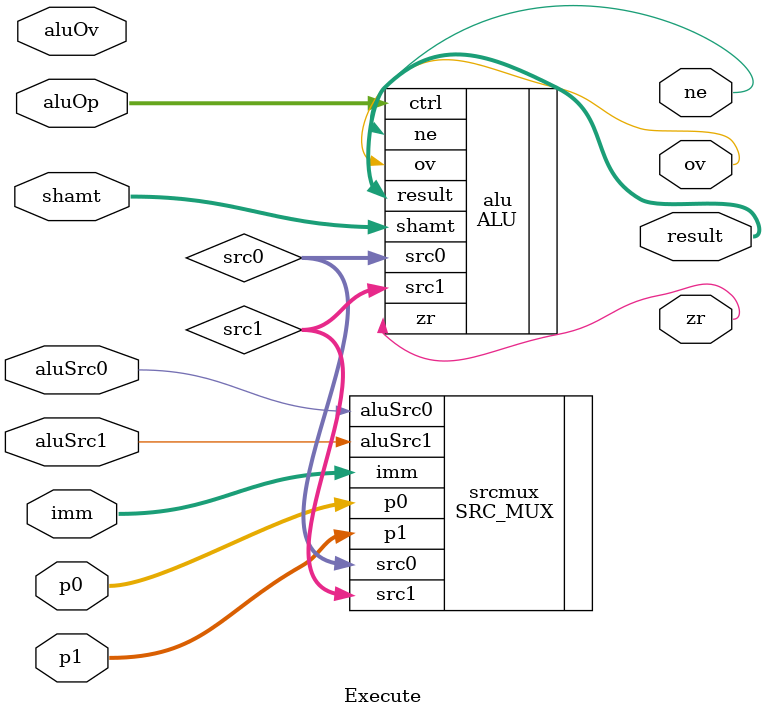
<source format=v>
module Execute(p0, p1, imm, shamt, aluOp, aluSrc0, aluSrc1, aluOv, ov, zr, ne, result);
  input[15:0] p0, p1;
  input[7:0] imm;
 	input [3:0] shamt;
  input [2:0] aluOp;
  
  // Control signals
  input aluSrc0, aluSrc1, aluOv;

	output ov, zr, ne;
  output [15:0] result;

  wire [15:0] src0, src1;

  SRC_MUX srcmux(.p0(p0),
                 .p1(p1), 
								 .imm(imm), 
         				 .aluSrc0(aluSrc0),
								 .aluSrc1(aluSrc1),
								 .src0(src0),
                 .src1(src1));

  ALU alu(.src0(src0), 
					.src1(src1), 
					.ctrl(aluOp), 
					.shamt(shamt),
					.result(result), 
					.ov(ov), 
					.ne(ne),
					.zr(zr)); 
					
	//BranchAdder()
	
	//JumpAdder()

endmodule

</source>
